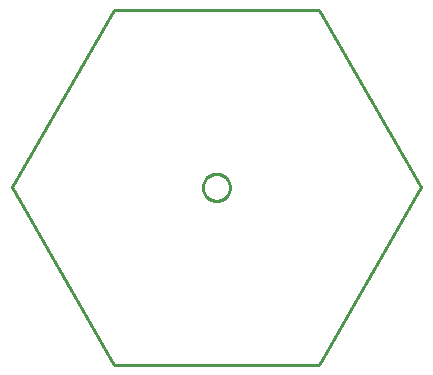
<source format=gbr>
G04 EAGLE Gerber RS-274X export*
G75*
%MOMM*%
%FSLAX34Y34*%
%LPD*%
%IN*%
%IPPOS*%
%AMOC8*
5,1,8,0,0,1.08239X$1,22.5*%
G01*
%ADD10C,0.254000*%


D10*
X173002Y346202D02*
X259602Y196202D01*
X432802Y196202D01*
X519402Y346202D01*
X432802Y496202D01*
X259602Y496202D01*
X173002Y346202D01*
X357702Y345750D02*
X357631Y344849D01*
X357490Y343957D01*
X357279Y343078D01*
X357000Y342219D01*
X356654Y341384D01*
X356243Y340579D01*
X355771Y339808D01*
X355240Y339077D01*
X354653Y338390D01*
X354014Y337751D01*
X353327Y337164D01*
X352596Y336633D01*
X351825Y336161D01*
X351020Y335750D01*
X350185Y335404D01*
X349326Y335125D01*
X348447Y334914D01*
X347555Y334773D01*
X346654Y334702D01*
X345750Y334702D01*
X344849Y334773D01*
X343957Y334914D01*
X343078Y335125D01*
X342219Y335404D01*
X341384Y335750D01*
X340579Y336161D01*
X339808Y336633D01*
X339077Y337164D01*
X338390Y337751D01*
X337751Y338390D01*
X337164Y339077D01*
X336633Y339808D01*
X336161Y340579D01*
X335750Y341384D01*
X335404Y342219D01*
X335125Y343078D01*
X334914Y343957D01*
X334773Y344849D01*
X334702Y345750D01*
X334702Y346654D01*
X334773Y347555D01*
X334914Y348447D01*
X335125Y349326D01*
X335404Y350185D01*
X335750Y351020D01*
X336161Y351825D01*
X336633Y352596D01*
X337164Y353327D01*
X337751Y354014D01*
X338390Y354653D01*
X339077Y355240D01*
X339808Y355771D01*
X340579Y356243D01*
X341384Y356654D01*
X342219Y357000D01*
X343078Y357279D01*
X343957Y357490D01*
X344849Y357631D01*
X345750Y357702D01*
X346654Y357702D01*
X347555Y357631D01*
X348447Y357490D01*
X349326Y357279D01*
X350185Y357000D01*
X351020Y356654D01*
X351825Y356243D01*
X352596Y355771D01*
X353327Y355240D01*
X354014Y354653D01*
X354653Y354014D01*
X355240Y353327D01*
X355771Y352596D01*
X356243Y351825D01*
X356654Y351020D01*
X357000Y350185D01*
X357279Y349326D01*
X357490Y348447D01*
X357631Y347555D01*
X357702Y346654D01*
X357702Y345750D01*
M02*

</source>
